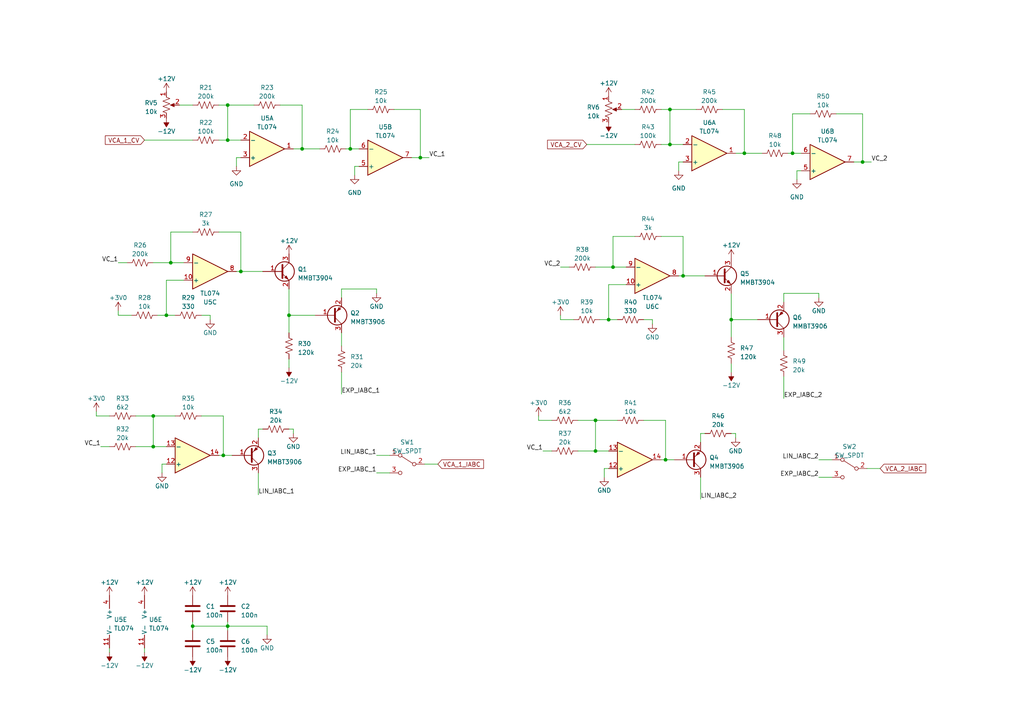
<source format=kicad_sch>
(kicad_sch (version 20230121) (generator eeschema)
  (paper "A4")
  (lib_symbols
    (symbol "Amplifier_Operational:TL074" (pin_names (offset 0.127))
      (property "Reference" "U" (at 0 5.08 0))
      (property "Value" "TL074" (at 0 -5.08 0))
      (symbol "TL074_1_1"
        (polyline (pts (xy -5.08 5.08) (xy 5.08 0) (xy -5.08 -5.08) (xy -5.08 5.08)) (stroke (width 0.254)) (fill (type background)))
        (pin output line (at 7.62 0 180) (length 2.54) (name "~") (number "1"))
        (pin input line (at -7.62 -2.54 0) (length 2.54) (name "-") (number "2"))
        (pin input line (at -7.62 2.54 0) (length 2.54) (name "+") (number "3"))
      )
      (symbol "TL074_2_1"
        (polyline (pts (xy -5.08 5.08) (xy 5.08 0) (xy -5.08 -5.08) (xy -5.08 5.08)) (stroke (width 0.254)) (fill (type background)))
        (pin input line (at -7.62 2.54 0) (length 2.54) (name "+") (number "5"))
        (pin input line (at -7.62 -2.54 0) (length 2.54) (name "-") (number "6"))
        (pin output line (at 7.62 0 180) (length 2.54) (name "~") (number "7"))
      )
      (symbol "TL074_3_1"
        (polyline (pts (xy -5.08 5.08) (xy 5.08 0) (xy -5.08 -5.08) (xy -5.08 5.08)) (stroke (width 0.254)) (fill (type background)))
        (pin input line (at -7.62 2.54 0) (length 2.54) (name "+") (number "10"))
        (pin output line (at 7.62 0 180) (length 2.54) (name "~") (number "8"))
        (pin input line (at -7.62 -2.54 0) (length 2.54) (name "-") (number "9"))
      )
      (symbol "TL074_4_1"
        (polyline (pts (xy -5.08 5.08) (xy 5.08 0) (xy -5.08 -5.08) (xy -5.08 5.08)) (stroke (width 0.254)) (fill (type background)))
        (pin input line (at -7.62 2.54 0) (length 2.54) (name "+") (number "12"))
        (pin input line (at -7.62 -2.54 0) (length 2.54) (name "-") (number "13"))
        (pin output line (at 7.62 0 180) (length 2.54) (name "~") (number "14"))
      )
      (symbol "TL074_5_1"
        (pin power_in line (at -2.54 -7.62 90) (length 3.81) (name "V-") (number "11"))
        (pin power_in line (at -2.54 7.62 270) (length 3.81) (name "V+") (number "4"))
      )
    )
    (symbol "Device:C" (pin_numbers hide) (pin_names (offset 0.254))
      (property "Reference" "C" (at 0.635 2.54 0))
      (property "Value" "C" (at 0.635 -2.54 0))
      (symbol "C_0_1"
        (polyline (pts (xy -2.032 -0.762) (xy 2.032 -0.762)) (stroke (width 0.508)))
        (polyline (pts (xy -2.032 0.762) (xy 2.032 0.762)) (stroke (width 0.508)))
      )
      (symbol "C_1_1"
        (pin passive line (at 0 3.81 270) (length 2.794) (name "~") (number "1"))
        (pin passive line (at 0 -3.81 90) (length 2.794) (name "~") (number "2"))
      )
    )
    (symbol "Device:R_Potentiometer_US" (pin_names (offset 1.016) hide)
      (property "Reference" "RV" (at -4.445 0 90))
      (property "Value" "R_Potentiometer_US" (at -2.54 0 90))
      (symbol "R_Potentiometer_US_0_1"
        (polyline (pts (xy 0 -2.286) (xy 0 -2.54)))
        (polyline (pts (xy 0 2.54) (xy 0 2.286)))
        (polyline (pts (xy 2.54 0) (xy 1.524 0)))
        (polyline (pts (xy 1.143 0) (xy 2.286 0.508) (xy 2.286 -0.508) (xy 1.143 0)) (fill (type outline)))
        (polyline (pts (xy 0 -0.762) (xy 1.016 -1.143) (xy 0 -1.524) (xy -1.016 -1.905) (xy 0 -2.286)))
        (polyline (pts (xy 0 0.762) (xy 1.016 0.381) (xy 0 0) (xy -1.016 -0.381) (xy 0 -0.762)))
        (polyline (pts (xy 0 2.286) (xy 1.016 1.905) (xy 0 1.524) (xy -1.016 1.143) (xy 0 0.762)))
      )
      (symbol "R_Potentiometer_US_1_1"
        (pin passive line (at 0 3.81 270) (length 1.27) (name "1") (number "1"))
        (pin passive line (at 3.81 0 180) (length 1.27) (name "2") (number "2"))
        (pin passive line (at 0 -3.81 90) (length 1.27) (name "3") (number "3"))
      )
    )
    (symbol "Device:R_US" (pin_numbers hide) (pin_names (offset 0))
      (property "Reference" "R" (at 2.54 0 90))
      (property "Value" "R_US" (at -2.54 0 90))
      (symbol "R_US_0_1"
        (polyline (pts (xy 0 -2.286) (xy 0 -2.54)))
        (polyline (pts (xy 0 2.286) (xy 0 2.54)))
        (polyline (pts (xy 0 -0.762) (xy 1.016 -1.143) (xy 0 -1.524) (xy -1.016 -1.905) (xy 0 -2.286)))
        (polyline (pts (xy 0 0.762) (xy 1.016 0.381) (xy 0 0) (xy -1.016 -0.381) (xy 0 -0.762)))
        (polyline (pts (xy 0 2.286) (xy 1.016 1.905) (xy 0 1.524) (xy -1.016 1.143) (xy 0 0.762)))
      )
      (symbol "R_US_1_1"
        (pin passive line (at 0 3.81 270) (length 1.27) (name "~") (number "1"))
        (pin passive line (at 0 -3.81 90) (length 1.27) (name "~") (number "2"))
      )
    )
    (symbol "Switch:SW_SPDT" (pin_names (offset 0) hide)
      (property "Reference" "SW" (at 0 4.318 0))
      (property "Value" "SW_SPDT" (at 0 -5.08 0))
      (symbol "SW_SPDT_0_0"
        (circle (center -2.032 0) (radius 0.508))
        (circle (center 2.032 -2.54) (radius 0.508))
      )
      (symbol "SW_SPDT_0_1"
        (polyline (pts (xy -1.524 0.254) (xy 1.651 2.286)))
        (circle (center 2.032 2.54) (radius 0.508))
      )
      (symbol "SW_SPDT_1_1"
        (pin passive line (at 5.08 2.54 180) (length 2.54) (name "A") (number "1"))
        (pin passive line (at -5.08 0 0) (length 2.54) (name "B") (number "2"))
        (pin passive line (at 5.08 -2.54 180) (length 2.54) (name "C") (number "3"))
      )
    )
    (symbol "Transistor_BJT:MMBT3904" (pin_names (offset 0) hide)
      (property "Reference" "Q" (at 5.08 1.905 0))
      (property "Value" "MMBT3904" (at 5.08 0 0))
      (symbol "MMBT3904_0_1"
        (polyline (pts (xy 0.635 0.635) (xy 2.54 2.54)))
        (polyline (pts (xy 0.635 -0.635) (xy 2.54 -2.54) (xy 2.54 -2.54)))
        (polyline (pts (xy 0.635 1.905) (xy 0.635 -1.905) (xy 0.635 -1.905)) (stroke (width 0.508)))
        (polyline (pts (xy 1.27 -1.778) (xy 1.778 -1.27) (xy 2.286 -2.286) (xy 1.27 -1.778) (xy 1.27 -1.778)) (fill (type outline)))
        (circle (center 1.27 0) (radius 2.8194) (stroke (width 0.254)))
      )
      (symbol "MMBT3904_1_1"
        (pin input line (at -5.08 0 0) (length 5.715) (name "B") (number "1"))
        (pin passive line (at 2.54 -5.08 90) (length 2.54) (name "E") (number "2"))
        (pin passive line (at 2.54 5.08 270) (length 2.54) (name "C") (number "3"))
      )
    )
    (symbol "Transistor_BJT:MMBT3906" (pin_names (offset 0) hide)
      (property "Reference" "Q" (at 5.08 1.905 0))
      (property "Value" "MMBT3906" (at 5.08 0 0))
      (symbol "MMBT3906_0_1"
        (polyline (pts (xy 0.635 0.635) (xy 2.54 2.54)))
        (polyline (pts (xy 0.635 -0.635) (xy 2.54 -2.54) (xy 2.54 -2.54)))
        (polyline (pts (xy 0.635 1.905) (xy 0.635 -1.905) (xy 0.635 -1.905)) (stroke (width 0.508)))
        (polyline (pts (xy 2.286 -1.778) (xy 1.778 -2.286) (xy 1.27 -1.27) (xy 2.286 -1.778) (xy 2.286 -1.778)) (fill (type outline)))
        (circle (center 1.27 0) (radius 2.8194) (stroke (width 0.254)))
      )
      (symbol "MMBT3906_1_1"
        (pin input line (at -5.08 0 0) (length 5.715) (name "B") (number "1"))
        (pin passive line (at 2.54 -5.08 90) (length 2.54) (name "E") (number "2"))
        (pin passive line (at 2.54 5.08 270) (length 2.54) (name "C") (number "3"))
      )
    )
    (symbol "power:+12V" (power) (pin_names (offset 0))
      (property "Value" "+12V" (at 0 3.556 0))
      (symbol "+12V_0_1"
        (polyline (pts (xy -0.762 1.27) (xy 0 2.54)))
        (polyline (pts (xy 0 0) (xy 0 2.54)))
        (polyline (pts (xy 0 2.54) (xy 0.762 1.27)))
      )
      (symbol "+12V_1_1"
        (pin power_in line (at 0 0 90) (length 0) hide (name "+12V") (number "1"))
      )
    )
    (symbol "power:+3V0" (power) (pin_names (offset 0))
      (property "Value" "+3V0" (at 0 3.556 0))
      (symbol "+3V0_0_1"
        (polyline (pts (xy -0.762 1.27) (xy 0 2.54)))
        (polyline (pts (xy 0 0) (xy 0 2.54)))
        (polyline (pts (xy 0 2.54) (xy 0.762 1.27)))
      )
      (symbol "+3V0_1_1"
        (pin power_in line (at 0 0 90) (length 0) hide (name "+3V0") (number "1"))
      )
    )
    (symbol "power:-12V" (power) (pin_names (offset 0))
      (property "Value" "-12V" (at 0 3.81 0))
      (symbol "-12V_0_0"
        (pin power_in line (at 0 0 90) (length 0) hide (name "-12V") (number "1"))
      )
      (symbol "-12V_0_1"
        (polyline (pts (xy 0 0) (xy 0 1.27) (xy 0.762 1.27) (xy 0 2.54) (xy -0.762 1.27) (xy 0 1.27)) (fill (type outline)))
      )
    )
    (symbol "power:GND" (power) (pin_names (offset 0))
      (property "Value" "GND" (at 0 -3.81 0))
      (symbol "GND_0_1"
        (polyline (pts (xy 0 0) (xy 0 -1.27) (xy 1.27 -1.27) (xy 0 -2.54) (xy -1.27 -1.27) (xy 0 -1.27)))
      )
      (symbol "GND_1_1"
        (pin power_in line (at 0 0 270) (length 0) hide (name "GND") (number "1"))
      )
    )
  )
  (junction (at 121.92 45.72))
  (junction (at 69.85 78.74))
  (junction (at 44.45 129.54))
  (junction (at 193.04 133.35))
  (junction (at 194.31 31.75))
  (junction (at 177.8 77.47))
  (junction (at 55.88 181.61))
  (junction (at 66.04 40.64))
  (junction (at 83.82 91.44))
  (junction (at 198.12 80.01))
  (junction (at 250.19 46.99))
  (junction (at 215.9 44.45))
  (junction (at 194.31 41.91))
  (junction (at 212.09 92.71))
  (junction (at 44.45 120.65))
  (junction (at 229.87 44.45))
  (junction (at 49.53 76.2))
  (junction (at 87.63 43.18))
  (junction (at 64.77 132.08))
  (junction (at 101.6 43.18))
  (junction (at 172.72 121.92))
  (junction (at 66.04 181.61))
  (junction (at 48.26 91.44))
  (junction (at 176.53 92.71))
  (junction (at 66.04 30.48))
  (junction (at 172.72 130.81))
  (wire (pts (xy 74.93 137.16) (xy 74.93 143.51)))
  (wire (pts (xy 102.87 50.8) (xy 102.87 48.26)))
  (wire (pts (xy 83.82 91.44) (xy 83.82 96.52)))
  (wire (pts (xy 227.33 85.09) (xy 237.49 85.09)))
  (wire (pts (xy 162.56 92.71) (xy 166.37 92.71)))
  (wire (pts (xy 99.06 83.82) (xy 109.22 83.82)))
  (wire (pts (xy 196.85 49.53) (xy 196.85 46.99)))
  (wire (pts (xy 162.56 77.47) (xy 165.1 77.47)))
  (wire (pts (xy 251.46 135.89) (xy 255.27 135.89)))
  (wire (pts (xy 109.22 83.82) (xy 109.22 85.09)))
  (wire (pts (xy 66.04 30.48) (xy 66.04 40.64)))
  (wire (pts (xy 66.04 181.61) (xy 77.47 181.61)))
  (wire (pts (xy 81.28 30.48) (xy 87.63 30.48)))
  (wire (pts (xy 157.48 130.81) (xy 160.02 130.81)))
  (wire (pts (xy 64.77 132.08) (xy 63.5 132.08)))
  (wire (pts (xy 27.94 119.38) (xy 27.94 120.65)))
  (wire (pts (xy 34.29 91.44) (xy 38.1 91.44)))
  (wire (pts (xy 175.26 135.89) (xy 176.53 135.89)))
  (wire (pts (xy 58.42 91.44) (xy 60.96 91.44)))
  (wire (pts (xy 55.88 180.34) (xy 55.88 181.61)))
  (wire (pts (xy 177.8 77.47) (xy 177.8 68.58)))
  (wire (pts (xy 99.06 107.95) (xy 99.06 114.3)))
  (wire (pts (xy 167.64 130.81) (xy 172.72 130.81)))
  (wire (pts (xy 191.77 31.75) (xy 194.31 31.75)))
  (wire (pts (xy 231.14 49.53) (xy 232.41 49.53)))
  (wire (pts (xy 177.8 77.47) (xy 181.61 77.47)))
  (wire (pts (xy 156.21 120.65) (xy 156.21 121.92)))
  (wire (pts (xy 170.18 41.91) (xy 184.15 41.91)))
  (wire (pts (xy 191.77 41.91) (xy 194.31 41.91)))
  (wire (pts (xy 74.93 124.46) (xy 76.2 124.46)))
  (wire (pts (xy 212.09 92.71) (xy 212.09 97.79)))
  (wire (pts (xy 237.49 133.35) (xy 241.3 133.35)))
  (wire (pts (xy 69.85 78.74) (xy 76.2 78.74)))
  (wire (pts (xy 63.5 40.64) (xy 66.04 40.64)))
  (wire (pts (xy 49.53 67.31) (xy 55.88 67.31)))
  (wire (pts (xy 121.92 45.72) (xy 119.38 45.72)))
  (wire (pts (xy 203.2 125.73) (xy 204.47 125.73)))
  (wire (pts (xy 49.53 76.2) (xy 53.34 76.2)))
  (wire (pts (xy 172.72 77.47) (xy 177.8 77.47)))
  (wire (pts (xy 46.99 134.62) (xy 48.26 134.62)))
  (wire (pts (xy 63.5 67.31) (xy 69.85 67.31)))
  (wire (pts (xy 44.45 129.54) (xy 44.45 120.65)))
  (wire (pts (xy 228.6 44.45) (xy 229.87 44.45)))
  (wire (pts (xy 100.33 43.18) (xy 101.6 43.18)))
  (wire (pts (xy 39.37 129.54) (xy 44.45 129.54)))
  (wire (pts (xy 91.44 91.44) (xy 83.82 91.44)))
  (wire (pts (xy 27.94 120.65) (xy 31.75 120.65)))
  (wire (pts (xy 69.85 78.74) (xy 68.58 78.74)))
  (wire (pts (xy 198.12 80.01) (xy 196.85 80.01)))
  (wire (pts (xy 212.09 105.41) (xy 212.09 107.95)))
  (wire (pts (xy 237.49 85.09) (xy 237.49 86.36)))
  (wire (pts (xy 213.36 125.73) (xy 213.36 127)))
  (wire (pts (xy 68.58 48.26) (xy 68.58 45.72)))
  (wire (pts (xy 198.12 68.58) (xy 198.12 80.01)))
  (wire (pts (xy 172.72 121.92) (xy 179.07 121.92)))
  (wire (pts (xy 237.49 138.43) (xy 241.3 138.43)))
  (wire (pts (xy 69.85 67.31) (xy 69.85 78.74)))
  (wire (pts (xy 250.19 46.99) (xy 247.65 46.99)))
  (wire (pts (xy 55.88 181.61) (xy 66.04 181.61)))
  (wire (pts (xy 156.21 121.92) (xy 160.02 121.92)))
  (wire (pts (xy 60.96 91.44) (xy 60.96 92.71)))
  (wire (pts (xy 175.26 135.89) (xy 175.26 138.43)))
  (wire (pts (xy 87.63 43.18) (xy 92.71 43.18)))
  (wire (pts (xy 87.63 43.18) (xy 85.09 43.18)))
  (wire (pts (xy 191.77 68.58) (xy 198.12 68.58)))
  (wire (pts (xy 87.63 30.48) (xy 87.63 43.18)))
  (wire (pts (xy 194.31 31.75) (xy 194.31 41.91)))
  (wire (pts (xy 64.77 132.08) (xy 67.31 132.08)))
  (wire (pts (xy 48.26 91.44) (xy 48.26 81.28)))
  (wire (pts (xy 194.31 41.91) (xy 198.12 41.91)))
  (wire (pts (xy 64.77 120.65) (xy 64.77 132.08)))
  (wire (pts (xy 173.99 92.71) (xy 176.53 92.71)))
  (wire (pts (xy 167.64 121.92) (xy 172.72 121.92)))
  (wire (pts (xy 114.3 31.75) (xy 121.92 31.75)))
  (wire (pts (xy 58.42 120.65) (xy 64.77 120.65)))
  (wire (pts (xy 29.21 129.54) (xy 31.75 129.54)))
  (wire (pts (xy 227.33 87.63) (xy 227.33 85.09)))
  (wire (pts (xy 176.53 92.71) (xy 176.53 82.55)))
  (wire (pts (xy 52.07 30.48) (xy 55.88 30.48)))
  (wire (pts (xy 34.29 90.17) (xy 34.29 91.44)))
  (wire (pts (xy 44.45 120.65) (xy 50.8 120.65)))
  (wire (pts (xy 162.56 91.44) (xy 162.56 92.71)))
  (wire (pts (xy 215.9 44.45) (xy 220.98 44.45)))
  (wire (pts (xy 121.92 31.75) (xy 121.92 45.72)))
  (wire (pts (xy 109.22 132.08) (xy 113.03 132.08)))
  (wire (pts (xy 203.2 138.43) (xy 203.2 144.78)))
  (wire (pts (xy 176.53 92.71) (xy 179.07 92.71)))
  (wire (pts (xy 180.34 31.75) (xy 184.15 31.75)))
  (wire (pts (xy 101.6 43.18) (xy 101.6 31.75)))
  (wire (pts (xy 219.71 92.71) (xy 212.09 92.71)))
  (wire (pts (xy 83.82 104.14) (xy 83.82 106.68)))
  (wire (pts (xy 41.91 187.96) (xy 41.91 189.23)))
  (wire (pts (xy 177.8 68.58) (xy 184.15 68.58)))
  (wire (pts (xy 68.58 45.72) (xy 69.85 45.72)))
  (wire (pts (xy 250.19 33.02) (xy 250.19 46.99)))
  (wire (pts (xy 193.04 133.35) (xy 191.77 133.35)))
  (wire (pts (xy 41.91 40.64) (xy 55.88 40.64)))
  (wire (pts (xy 45.72 91.44) (xy 48.26 91.44)))
  (wire (pts (xy 109.22 137.16) (xy 113.03 137.16)))
  (wire (pts (xy 83.82 124.46) (xy 85.09 124.46)))
  (wire (pts (xy 63.5 30.48) (xy 66.04 30.48)))
  (wire (pts (xy 55.88 181.61) (xy 55.88 182.88)))
  (wire (pts (xy 83.82 91.44) (xy 83.82 83.82)))
  (wire (pts (xy 102.87 48.26) (xy 104.14 48.26)))
  (wire (pts (xy 215.9 44.45) (xy 213.36 44.45)))
  (wire (pts (xy 212.09 125.73) (xy 213.36 125.73)))
  (wire (pts (xy 49.53 76.2) (xy 49.53 67.31)))
  (wire (pts (xy 196.85 46.99) (xy 198.12 46.99)))
  (wire (pts (xy 44.45 76.2) (xy 49.53 76.2)))
  (wire (pts (xy 31.75 187.96) (xy 31.75 189.23)))
  (wire (pts (xy 227.33 97.79) (xy 227.33 101.6)))
  (wire (pts (xy 48.26 91.44) (xy 50.8 91.44)))
  (wire (pts (xy 212.09 92.71) (xy 212.09 85.09)))
  (wire (pts (xy 44.45 129.54) (xy 48.26 129.54)))
  (wire (pts (xy 231.14 52.07) (xy 231.14 49.53)))
  (wire (pts (xy 39.37 120.65) (xy 44.45 120.65)))
  (wire (pts (xy 66.04 181.61) (xy 66.04 182.88)))
  (wire (pts (xy 186.69 121.92) (xy 193.04 121.92)))
  (wire (pts (xy 66.04 40.64) (xy 69.85 40.64)))
  (wire (pts (xy 203.2 128.27) (xy 203.2 125.73)))
  (wire (pts (xy 123.19 134.62) (xy 127 134.62)))
  (wire (pts (xy 66.04 30.48) (xy 73.66 30.48)))
  (wire (pts (xy 198.12 80.01) (xy 204.47 80.01)))
  (wire (pts (xy 77.47 181.61) (xy 77.47 184.15)))
  (wire (pts (xy 46.99 134.62) (xy 46.99 137.16)))
  (wire (pts (xy 242.57 33.02) (xy 250.19 33.02)))
  (wire (pts (xy 99.06 96.52) (xy 99.06 100.33)))
  (wire (pts (xy 193.04 133.35) (xy 195.58 133.35)))
  (wire (pts (xy 194.31 31.75) (xy 201.93 31.75)))
  (wire (pts (xy 227.33 109.22) (xy 227.33 115.57)))
  (wire (pts (xy 99.06 86.36) (xy 99.06 83.82)))
  (wire (pts (xy 250.19 46.99) (xy 252.73 46.99)))
  (wire (pts (xy 193.04 121.92) (xy 193.04 133.35)))
  (wire (pts (xy 215.9 31.75) (xy 215.9 44.45)))
  (wire (pts (xy 176.53 82.55) (xy 181.61 82.55)))
  (wire (pts (xy 172.72 130.81) (xy 176.53 130.81)))
  (wire (pts (xy 66.04 180.34) (xy 66.04 181.61)))
  (wire (pts (xy 74.93 127) (xy 74.93 124.46)))
  (wire (pts (xy 229.87 44.45) (xy 229.87 33.02)))
  (wire (pts (xy 48.26 81.28) (xy 53.34 81.28)))
  (wire (pts (xy 229.87 44.45) (xy 232.41 44.45)))
  (wire (pts (xy 189.23 92.71) (xy 189.23 93.98)))
  (wire (pts (xy 186.69 92.71) (xy 189.23 92.71)))
  (wire (pts (xy 172.72 130.81) (xy 172.72 121.92)))
  (wire (pts (xy 101.6 43.18) (xy 104.14 43.18)))
  (wire (pts (xy 101.6 31.75) (xy 106.68 31.75)))
  (wire (pts (xy 209.55 31.75) (xy 215.9 31.75)))
  (wire (pts (xy 229.87 33.02) (xy 234.95 33.02)))
  (wire (pts (xy 34.29 76.2) (xy 36.83 76.2)))
  (wire (pts (xy 85.09 124.46) (xy 85.09 125.73)))
  (wire (pts (xy 121.92 45.72) (xy 124.46 45.72)))
  (label "VC_1" (at 157.48 130.81 180))
  (label "VC_1" (at 124.46 45.72 0))
  (label "VC_2" (at 252.73 46.99 0))
  (label "LIN_IABC_2" (at 237.49 133.35 180))
  (label "LIN_IABC_1" (at 109.22 132.08 180))
  (label "EXP_IABC_1" (at 99.06 114.3 0))
  (label "VC_1" (at 34.29 76.2 180))
  (label "VC_2" (at 162.56 77.47 180))
  (label "EXP_IABC_1" (at 109.22 137.16 180))
  (label "LIN_IABC_2" (at 203.2 144.78 0))
  (label "EXP_IABC_2" (at 227.33 115.57 0))
  (label "VC_1" (at 29.21 129.54 180))
  (label "LIN_IABC_1" (at 74.93 143.51 0))
  (label "EXP_IABC_2" (at 237.49 138.43 180))
  (global_label "VCA_1_IABC" (shape input) (at 127 134.62 0) (property "Intersheetrefs" "${INTERSHEET_REFS}" (effects hide)))
  (global_label "VCA_1_CV" (shape input) (at 41.91 40.64 180) (property "Intersheetrefs" "${INTERSHEET_REFS}" (effects hide)))
  (global_label "VCA_2_IABC" (shape input) (at 255.27 135.89 0) (property "Intersheetrefs" "${INTERSHEET_REFS}" (effects hide)))
  (global_label "VCA_2_CV" (shape input) (at 170.18 41.91 180) (property "Intersheetrefs" "${INTERSHEET_REFS}" (effects hide)))
  (symbol (lib_id "Amplifier_Operational:TL074") (at 189.23 80.01 0) (mirror x) (unit 3)
    (property "Reference" "U6" (at 189.23 88.9 0))
    (property "Value" "TL074" (at 189.23 86.36 0))
    (property "Footprint" "Package_SO:SO-14_3.9x8.65mm_P1.27mm" (effects hide))
    (property "Datasheet" "http://www.ti.com/lit/ds/symlink/tl071.pdf" (effects hide))
  )
  (symbol (lib_id "power:+12V") (at 176.53 27.94 0) (unit 1)
    (property "Reference" "#PWR018" (effects hide))
    (property "Value" "+12V" (at 176.53 24.13 0))
    (instances (project "vca_mix" (path "" (reference "#PWR018") (unit 1)) (path "" (reference "#PWR010") (unit 1)) (path "" (reference "#PWR049") (unit 1))))
  )
  (symbol (lib_id "Device:C") (at 55.88 186.69 0) (unit 1)
    (property "Reference" "C5" (at 59.69 186.055 0) (effects (justify left)))
    (property "Value" "100n" (at 59.69 188.595 0) (effects (justify left)))
    (property "Footprint" "Capacitor_SMD:C_0805_2012Metric_Pad1.18x1.45mm_HandSolder" (effects hide))
    (instances (project "vca_mix" (path "" (reference "C5") (unit 1)) (path "" (reference "C2") (unit 1)) (path "" (reference "C10") (unit 1))))
  )
  (symbol (lib_id "Device:R_US") (at 163.83 121.92 90) (unit 1)
    (property "Reference" "R36" (at 163.83 116.84 90))
    (property "Value" "6k2" (at 163.83 119.38 90))
    (property "Footprint" "Resistor_SMD:R_0805_2012Metric_Pad1.20x1.40mm_HandSolder" (effects hide))
  )
  (symbol (lib_id "Transistor_BJT:MMBT3906") (at 200.66 133.35 0) (mirror x) (unit 1)
    (property "Reference" "Q4" (at 205.74 132.715 0) (effects (justify left)))
    (property "Value" "MMBT3906" (at 205.74 135.255 0) (effects (justify left)))
    (property "Footprint" "Package_TO_SOT_SMD:SOT-23" (effects hide))
    (property "Datasheet" "https://www.onsemi.com/pub/Collateral/2N3906-D.PDF" (effects hide))
  )
  (symbol (lib_id "Device:R_US") (at 40.64 76.2 90) (unit 1)
    (property "Reference" "R26" (at 40.64 71.12 90))
    (property "Value" "200k" (at 40.64 73.66 90))
    (property "Footprint" "Resistor_SMD:R_0805_2012Metric_Pad1.20x1.40mm_HandSolder" (effects hide))
  )
  (symbol (lib_id "Device:R_US") (at 187.96 68.58 90) (unit 1)
    (property "Reference" "R44" (at 187.96 63.5 90))
    (property "Value" "3k" (at 187.96 66.04 90))
    (property "Footprint" "Resistor_SMD:R_0805_2012Metric_Pad1.20x1.40mm_HandSolder" (effects hide))
  )
  (symbol (lib_id "Device:R_US") (at 205.74 31.75 90) (unit 1)
    (property "Reference" "R45" (at 205.74 26.67 90))
    (property "Value" "200k" (at 205.74 29.21 90))
    (property "Footprint" "Resistor_SMD:R_0805_2012Metric_Pad1.20x1.40mm_HandSolder" (effects hide))
  )
  (symbol (lib_id "Device:C") (at 66.04 186.69 0) (unit 1)
    (property "Reference" "C6" (at 69.85 186.055 0) (effects (justify left)))
    (property "Value" "100n" (at 69.85 188.595 0) (effects (justify left)))
    (property "Footprint" "Capacitor_SMD:C_0805_2012Metric_Pad1.18x1.45mm_HandSolder" (effects hide))
    (instances (project "vca_mix" (path "" (reference "C6") (unit 1)) (path "" (reference "C4") (unit 1)) (path "" (reference "C12") (unit 1))))
  )
  (symbol (lib_id "power:+12V") (at 31.75 172.72 0) (unit 1)
    (property "Reference" "#PWR018" (effects hide))
    (property "Value" "+12V" (at 31.75 168.91 0))
    (instances (project "vca_mix" (path "" (reference "#PWR018") (unit 1)) (path "" (reference "#PWR010") (unit 1)) (path "" (reference "#PWR043") (unit 1))))
  )
  (symbol (lib_id "Device:R_US") (at 110.49 31.75 90) (unit 1)
    (property "Reference" "R25" (at 110.49 26.67 90))
    (property "Value" "10k" (at 110.49 29.21 90))
    (property "Footprint" "Resistor_SMD:R_0805_2012Metric_Pad1.20x1.40mm_HandSolder" (effects hide))
  )
  (symbol (lib_id "Transistor_BJT:MMBT3904") (at 81.28 78.74 0) (unit 1)
    (property "Reference" "Q1" (at 86.36 78.105 0) (effects (justify left)))
    (property "Value" "MMBT3904" (at 86.36 80.645 0) (effects (justify left)))
    (property "Footprint" "Package_TO_SOT_SMD:SOT-23" (effects hide))
    (property "Datasheet" "https://www.onsemi.com/pub/Collateral/2N3903-D.PDF" (effects hide))
  )
  (symbol (lib_id "power:-12V") (at 83.82 106.68 180) (unit 1)
    (property "Reference" "#PWR011" (effects hide))
    (property "Value" "-12V" (at 83.82 110.49 0))
    (instances (project "vca_mix" (path "" (reference "#PWR011") (unit 1)) (path "" (reference "#PWR04") (unit 1)) (path "" (reference "#PWR038") (unit 1))))
  )
  (symbol (lib_id "power:GND") (at 85.09 125.73 0) (unit 1)
    (property "Reference" "#PWR041" (effects hide))
    (property "Value" "GND" (at 85.09 129.54 0))
  )
  (symbol (lib_id "Device:R_US") (at 54.61 91.44 90) (unit 1)
    (property "Reference" "R29" (at 54.61 86.36 90))
    (property "Value" "330" (at 54.61 88.9 90))
    (property "Footprint" "Resistor_SMD:R_0805_2012Metric_Pad1.20x1.40mm_HandSolder" (effects hide))
  )
  (symbol (lib_id "Device:R_US") (at 35.56 129.54 90) (unit 1)
    (property "Reference" "R32" (at 35.56 124.46 90))
    (property "Value" "20k" (at 35.56 127 90))
    (property "Footprint" "Resistor_SMD:R_0805_2012Metric_Pad1.20x1.40mm_HandSolder" (effects hide))
  )
  (symbol (lib_id "Device:C") (at 66.04 176.53 0) (unit 1)
    (property "Reference" "C2" (at 69.85 175.895 0) (effects (justify left)))
    (property "Value" "100n" (at 69.85 178.435 0) (effects (justify left)))
    (property "Footprint" "Capacitor_SMD:C_0805_2012Metric_Pad1.18x1.45mm_HandSolder" (effects hide))
    (instances (project "vca_mix" (path "" (reference "C2") (unit 1)) (path "" (reference "C3") (unit 1)) (path "" (reference "C11") (unit 1))))
  )
  (symbol (lib_id "Device:R_US") (at 187.96 31.75 90) (unit 1)
    (property "Reference" "R42" (at 187.96 26.67 90))
    (property "Value" "200k" (at 187.96 29.21 90))
    (property "Footprint" "Resistor_SMD:R_0805_2012Metric_Pad1.20x1.40mm_HandSolder" (effects hide))
  )
  (symbol (lib_id "power:+12V") (at 41.91 172.72 0) (unit 1)
    (property "Reference" "#PWR018" (effects hide))
    (property "Value" "+12V" (at 41.91 168.91 0))
    (instances (project "vca_mix" (path "" (reference "#PWR018") (unit 1)) (path "" (reference "#PWR010") (unit 1)) (path "" (reference "#PWR045") (unit 1))))
  )
  (symbol (lib_id "Device:R_US") (at 208.28 125.73 270) (unit 1)
    (property "Reference" "R46" (at 208.28 120.65 90))
    (property "Value" "20k" (at 208.28 123.19 90))
    (property "Footprint" "Resistor_SMD:R_0805_2012Metric_Pad1.20x1.40mm_HandSolder" (effects hide))
  )
  (symbol (lib_id "Transistor_BJT:MMBT3906") (at 224.79 92.71 0) (mirror x) (unit 1)
    (property "Reference" "Q6" (at 229.87 92.075 0) (effects (justify left)))
    (property "Value" "MMBT3906" (at 229.87 94.615 0) (effects (justify left)))
    (property "Footprint" "Package_TO_SOT_SMD:SOT-23" (effects hide))
    (property "Datasheet" "https://www.onsemi.com/pub/Collateral/2N3906-D.PDF" (effects hide))
  )
  (symbol (lib_id "power:GND") (at 68.58 48.26 0) (unit 1)
    (property "Reference" "#PWR030" (effects hide))
    (property "Value" "GND" (at 68.58 53.34 0))
  )
  (symbol (lib_id "Device:R_US") (at 187.96 41.91 90) (unit 1)
    (property "Reference" "R43" (at 187.96 36.83 90))
    (property "Value" "100k" (at 187.96 39.37 90))
    (property "Footprint" "Resistor_SMD:R_0805_2012Metric_Pad1.20x1.40mm_HandSolder" (effects hide))
  )
  (symbol (lib_id "Amplifier_Operational:TL074") (at 205.74 44.45 0) (mirror x) (unit 1)
    (property "Reference" "U6" (at 205.74 35.56 0))
    (property "Value" "TL074" (at 205.74 38.1 0))
    (property "Footprint" "Package_SO:SO-14_3.9x8.65mm_P1.27mm" (effects hide))
    (property "Datasheet" "http://www.ti.com/lit/ds/symlink/tl071.pdf" (effects hide))
  )
  (symbol (lib_id "Device:R_US") (at 212.09 101.6 180) (unit 1)
    (property "Reference" "R47" (at 214.63 100.965 0) (effects (justify right)))
    (property "Value" "120k" (at 214.63 103.505 0) (effects (justify right)))
    (property "Footprint" "Resistor_SMD:R_0805_2012Metric_Pad1.20x1.40mm_HandSolder" (effects hide))
  )
  (symbol (lib_id "Amplifier_Operational:TL074") (at 77.47 43.18 0) (mirror x) (unit 1)
    (property "Reference" "U5" (at 77.47 34.29 0))
    (property "Value" "TL074" (at 77.47 36.83 0))
    (property "Footprint" "Package_SO:SO-14_3.9x8.65mm_P1.27mm" (effects hide))
    (property "Datasheet" "http://www.ti.com/lit/ds/symlink/tl071.pdf" (effects hide))
  )
  (symbol (lib_id "power:+12V") (at 83.82 73.66 0) (unit 1)
    (property "Reference" "#PWR018" (effects hide))
    (property "Value" "+12V" (at 83.82 69.85 0))
    (instances (project "vca_mix" (path "" (reference "#PWR018") (unit 1)) (path "" (reference "#PWR010") (unit 1)) (path "" (reference "#PWR036") (unit 1))))
  )
  (symbol (lib_id "Device:R_US") (at 182.88 121.92 90) (unit 1)
    (property "Reference" "R41" (at 182.88 116.84 90))
    (property "Value" "10k" (at 182.88 119.38 90))
    (property "Footprint" "Resistor_SMD:R_0805_2012Metric_Pad1.20x1.40mm_HandSolder" (effects hide))
  )
  (symbol (lib_id "Device:R_US") (at 96.52 43.18 90) (unit 1)
    (property "Reference" "R24" (at 96.52 38.1 90))
    (property "Value" "10k" (at 96.52 40.64 90))
    (property "Footprint" "Resistor_SMD:R_0805_2012Metric_Pad1.20x1.40mm_HandSolder" (effects hide))
  )
  (symbol (lib_id "power:+3V0") (at 162.56 91.44 0) (unit 1)
    (property "Reference" "#PWR0139" (effects hide))
    (property "Value" "+3V0" (at 162.56 87.63 0))
    (instances (project "vca_mix" (path "" (reference "#PWR0139") (unit 1)) (path "" (reference "#PWR0140") (unit 1))))
  )
  (symbol (lib_id "power:GND") (at 237.49 86.36 0) (unit 1)
    (property "Reference" "#PWR057" (effects hide))
    (property "Value" "GND" (at 237.49 90.17 0))
  )
  (symbol (lib_id "Device:R_US") (at 170.18 92.71 90) (unit 1)
    (property "Reference" "R39" (at 170.18 87.63 90))
    (property "Value" "10k" (at 170.18 90.17 90))
    (property "Footprint" "Resistor_SMD:R_0805_2012Metric_Pad1.20x1.40mm_HandSolder" (effects hide))
  )
  (symbol (lib_id "Device:R_US") (at 77.47 30.48 90) (unit 1)
    (property "Reference" "R23" (at 77.47 25.4 90))
    (property "Value" "200k" (at 77.47 27.94 90))
    (property "Footprint" "Resistor_SMD:R_0805_2012Metric_Pad1.20x1.40mm_HandSolder" (effects hide))
  )
  (symbol (lib_id "Device:R_US") (at 227.33 105.41 180) (unit 1)
    (property "Reference" "R49" (at 229.87 104.775 0) (effects (justify right)))
    (property "Value" "20k" (at 229.87 107.315 0) (effects (justify right)))
    (property "Footprint" "Resistor_SMD:R_0805_2012Metric_Pad1.20x1.40mm_HandSolder" (effects hide))
  )
  (symbol (lib_id "power:GND") (at 213.36 127 0) (unit 1)
    (property "Reference" "#PWR055" (effects hide))
    (property "Value" "GND" (at 213.36 130.81 0))
  )
  (symbol (lib_id "power:GND") (at 231.14 52.07 0) (unit 1)
    (property "Reference" "#PWR056" (effects hide))
    (property "Value" "GND" (at 231.14 57.15 0))
  )
  (symbol (lib_id "Device:R_US") (at 224.79 44.45 90) (unit 1)
    (property "Reference" "R48" (at 224.79 39.37 90))
    (property "Value" "10k" (at 224.79 41.91 90))
    (property "Footprint" "Resistor_SMD:R_0805_2012Metric_Pad1.20x1.40mm_HandSolder" (effects hide))
  )
  (symbol (lib_id "Device:R_US") (at 182.88 92.71 90) (unit 1)
    (property "Reference" "R40" (at 182.88 87.63 90))
    (property "Value" "330" (at 182.88 90.17 90))
    (property "Footprint" "Resistor_SMD:R_0805_2012Metric_Pad1.20x1.40mm_HandSolder" (effects hide))
  )
  (symbol (lib_id "Device:R_US") (at 54.61 120.65 90) (unit 1)
    (property "Reference" "R35" (at 54.61 115.57 90))
    (property "Value" "10k" (at 54.61 118.11 90))
    (property "Footprint" "Resistor_SMD:R_0805_2012Metric_Pad1.20x1.40mm_HandSolder" (effects hide))
  )
  (symbol (lib_id "power:+12V") (at 66.04 172.72 0) (unit 1)
    (property "Reference" "#PWR022" (effects hide))
    (property "Value" "+12V" (at 66.04 168.91 0))
    (instances (project "vca_mix" (path "" (reference "#PWR022") (unit 1)) (path "" (reference "#PWR017") (unit 1)) (path "" (reference "#PWR060") (unit 1))))
  )
  (symbol (lib_id "Amplifier_Operational:TL074") (at 55.88 132.08 0) (mirror x) (unit 4)
    (property "Reference" "U5" (effects hide))
    (property "Value" "TL074" (effects hide))
    (property "Footprint" "Package_SO:SO-14_3.9x8.65mm_P1.27mm" (effects hide))
    (property "Datasheet" "http://www.ti.com/lit/ds/symlink/tl071.pdf" (effects hide))
  )
  (symbol (lib_id "power:GND") (at 46.99 137.16 0) (unit 1)
    (property "Reference" "#PWR040" (effects hide))
    (property "Value" "GND" (at 46.99 140.97 0))
  )
  (symbol (lib_id "power:-12V") (at 176.53 35.56 180) (unit 1)
    (property "Reference" "#PWR011" (effects hide))
    (property "Value" "-12V" (at 176.53 39.37 0))
    (instances (project "vca_mix" (path "" (reference "#PWR011") (unit 1)) (path "" (reference "#PWR04") (unit 1)) (path "" (reference "#PWR050") (unit 1))))
  )
  (symbol (lib_id "power:GND") (at 109.22 85.09 0) (unit 1)
    (property "Reference" "#PWR037" (effects hide))
    (property "Value" "GND" (at 109.22 88.9 0))
  )
  (symbol (lib_id "Device:R_US") (at 35.56 120.65 90) (unit 1)
    (property "Reference" "R33" (at 35.56 115.57 90))
    (property "Value" "6k2" (at 35.56 118.11 90))
    (property "Footprint" "Resistor_SMD:R_0805_2012Metric_Pad1.20x1.40mm_HandSolder" (effects hide))
  )
  (symbol (lib_id "Device:R_Potentiometer_US") (at 176.53 31.75 0) (unit 1)
    (property "Reference" "RV6" (at 173.99 31.115 0) (effects (justify right)))
    (property "Value" "10k" (at 173.99 33.655 0) (effects (justify right)))
    (property "Footprint" "synthesis:alpha_pot" (effects hide))
  )
  (symbol (lib_id "Device:R_US") (at 83.82 100.33 180) (unit 1)
    (property "Reference" "R30" (at 86.36 99.695 0) (effects (justify right)))
    (property "Value" "120k" (at 86.36 102.235 0) (effects (justify right)))
    (property "Footprint" "Resistor_SMD:R_0805_2012Metric_Pad1.20x1.40mm_HandSolder" (effects hide))
  )
  (symbol (lib_id "Device:R_US") (at 59.69 67.31 90) (unit 1)
    (property "Reference" "R27" (at 59.69 62.23 90))
    (property "Value" "3k" (at 59.69 64.77 90))
    (property "Footprint" "Resistor_SMD:R_0805_2012Metric_Pad1.20x1.40mm_HandSolder" (effects hide))
  )
  (symbol (lib_id "power:+12V") (at 212.09 74.93 0) (unit 1)
    (property "Reference" "#PWR018" (effects hide))
    (property "Value" "+12V" (at 212.09 71.12 0))
    (instances (project "vca_mix" (path "" (reference "#PWR018") (unit 1)) (path "" (reference "#PWR010") (unit 1)) (path "" (reference "#PWR053") (unit 1))))
  )
  (symbol (lib_id "power:-12V") (at 31.75 189.23 180) (unit 1)
    (property "Reference" "#PWR011" (effects hide))
    (property "Value" "-12V" (at 31.75 193.04 0))
    (instances (project "vca_mix" (path "" (reference "#PWR011") (unit 1)) (path "" (reference "#PWR04") (unit 1)) (path "" (reference "#PWR042") (unit 1))))
  )
  (symbol (lib_id "Amplifier_Operational:TL074") (at 240.03 46.99 0) (mirror x) (unit 2)
    (property "Reference" "U6" (at 240.03 38.1 0))
    (property "Value" "TL074" (at 240.03 40.64 0))
    (property "Footprint" "Package_SO:SO-14_3.9x8.65mm_P1.27mm" (effects hide))
    (property "Datasheet" "http://www.ti.com/lit/ds/symlink/tl071.pdf" (effects hide))
  )
  (symbol (lib_id "Switch:SW_SPDT") (at 246.38 135.89 0) (mirror y) (unit 1)
    (property "Reference" "SW2" (at 246.38 129.54 0))
    (property "Value" "SW_SPDT" (at 246.38 132.08 0))
    (property "Footprint" "synthesis:Mini_sw" (effects hide))
  )
  (symbol (lib_id "Switch:SW_SPDT") (at 118.11 134.62 0) (mirror y) (unit 1)
    (property "Reference" "SW1" (at 118.11 128.27 0))
    (property "Value" "SW_SPDT" (at 118.11 130.81 0))
    (property "Footprint" "synthesis:Mini_sw" (effects hide))
  )
  (symbol (lib_id "Device:R_US") (at 59.69 30.48 90) (unit 1)
    (property "Reference" "R21" (at 59.69 25.4 90))
    (property "Value" "200k" (at 59.69 27.94 90))
    (property "Footprint" "Resistor_SMD:R_0805_2012Metric_Pad1.20x1.40mm_HandSolder" (effects hide))
  )
  (symbol (lib_id "Amplifier_Operational:TL074") (at 44.45 180.34 0) (unit 5)
    (property "Reference" "U6" (at 43.18 179.705 0) (effects (justify left)))
    (property "Value" "TL074" (at 43.18 182.245 0) (effects (justify left)))
    (property "Footprint" "Package_SO:SO-14_3.9x8.65mm_P1.27mm" (effects hide))
    (property "Datasheet" "http://www.ti.com/lit/ds/symlink/tl071.pdf" (effects hide))
  )
  (symbol (lib_id "Device:R_US") (at 41.91 91.44 90) (unit 1)
    (property "Reference" "R28" (at 41.91 86.36 90))
    (property "Value" "10k" (at 41.91 88.9 90))
    (property "Footprint" "Resistor_SMD:R_0805_2012Metric_Pad1.20x1.40mm_HandSolder" (effects hide))
  )
  (symbol (lib_id "Transistor_BJT:MMBT3906") (at 96.52 91.44 0) (mirror x) (unit 1)
    (property "Reference" "Q2" (at 101.6 90.805 0) (effects (justify left)))
    (property "Value" "MMBT3906" (at 101.6 93.345 0) (effects (justify left)))
    (property "Footprint" "Package_TO_SOT_SMD:SOT-23" (effects hide))
    (property "Datasheet" "https://www.onsemi.com/pub/Collateral/2N3906-D.PDF" (effects hide))
  )
  (symbol (lib_id "power:-12V") (at 212.09 107.95 180) (unit 1)
    (property "Reference" "#PWR011" (effects hide))
    (property "Value" "-12V" (at 212.09 111.76 0))
    (instances (project "vca_mix" (path "" (reference "#PWR011") (unit 1)) (path "" (reference "#PWR04") (unit 1)) (path "" (reference "#PWR054") (unit 1))))
  )
  (symbol (lib_id "Device:R_US") (at 99.06 104.14 180) (unit 1)
    (property "Reference" "R31" (at 101.6 103.505 0) (effects (justify right)))
    (property "Value" "20k" (at 101.6 106.045 0) (effects (justify right)))
    (property "Footprint" "Resistor_SMD:R_0805_2012Metric_Pad1.20x1.40mm_HandSolder" (effects hide))
  )
  (symbol (lib_id "Device:R_US") (at 80.01 124.46 270) (unit 1)
    (property "Reference" "R34" (at 80.01 119.38 90))
    (property "Value" "20k" (at 80.01 121.92 90))
    (property "Footprint" "Resistor_SMD:R_0805_2012Metric_Pad1.20x1.40mm_HandSolder" (effects hide))
  )
  (symbol (lib_id "power:+12V") (at 55.88 172.72 0) (unit 1)
    (property "Reference" "#PWR021" (effects hide))
    (property "Value" "+12V" (at 55.88 168.91 0))
    (instances (project "vca_mix" (path "" (reference "#PWR021") (unit 1)) (path "" (reference "#PWR013") (unit 1)) (path "" (reference "#PWR058") (unit 1))))
  )
  (symbol (lib_id "Transistor_BJT:MMBT3906") (at 72.39 132.08 0) (mirror x) (unit 1)
    (property "Reference" "Q3" (at 77.47 131.445 0) (effects (justify left)))
    (property "Value" "MMBT3906" (at 77.47 133.985 0) (effects (justify left)))
    (property "Footprint" "Package_TO_SOT_SMD:SOT-23" (effects hide))
    (property "Datasheet" "https://www.onsemi.com/pub/Collateral/2N3906-D.PDF" (effects hide))
  )
  (symbol (lib_id "Amplifier_Operational:TL074") (at 184.15 133.35 0) (mirror x) (unit 4)
    (property "Reference" "U6" (effects hide))
    (property "Value" "TL074" (effects hide))
    (property "Footprint" "Package_SO:SO-14_3.9x8.65mm_P1.27mm" (effects hide))
    (property "Datasheet" "http://www.ti.com/lit/ds/symlink/tl071.pdf" (effects hide))
  )
  (symbol (lib_id "Device:R_Potentiometer_US") (at 48.26 30.48 0) (unit 1)
    (property "Reference" "RV5" (at 45.72 29.845 0) (effects (justify right)))
    (property "Value" "10k" (at 45.72 32.385 0) (effects (justify right)))
    (property "Footprint" "synthesis:alpha_pot" (effects hide))
  )
  (symbol (lib_id "power:GND") (at 189.23 93.98 0) (unit 1)
    (property "Reference" "#PWR051" (effects hide))
    (property "Value" "GND" (at 189.23 97.79 0))
  )
  (symbol (lib_id "power:+3V0") (at 34.29 90.17 0) (unit 1)
    (property "Reference" "#PWR0139" (effects hide))
    (property "Value" "+3V0" (at 34.29 86.36 0))
    (instances (project "vca_mix" (path "" (reference "#PWR0139") (unit 1)) (path "" (reference "#PWR047") (unit 1))))
  )
  (symbol (lib_id "power:+12V") (at 48.26 26.67 0) (unit 1)
    (property "Reference" "#PWR018" (effects hide))
    (property "Value" "+12V" (at 48.26 22.86 0))
    (instances (project "vca_mix" (path "" (reference "#PWR018") (unit 1)) (path "" (reference "#PWR010") (unit 1)) (path "" (reference "#PWR031") (unit 1))))
  )
  (symbol (lib_id "Device:R_US") (at 163.83 130.81 90) (unit 1)
    (property "Reference" "R37" (at 163.83 125.73 90))
    (property "Value" "20k" (at 163.83 128.27 90))
    (property "Footprint" "Resistor_SMD:R_0805_2012Metric_Pad1.20x1.40mm_HandSolder" (effects hide))
  )
  (symbol (lib_id "power:GND") (at 102.87 50.8 0) (unit 1)
    (property "Reference" "#PWR033" (effects hide))
    (property "Value" "GND" (at 102.87 55.88 0))
  )
  (symbol (lib_id "Transistor_BJT:MMBT3904") (at 209.55 80.01 0) (unit 1)
    (property "Reference" "Q5" (at 214.63 79.375 0) (effects (justify left)))
    (property "Value" "MMBT3904" (at 214.63 81.915 0) (effects (justify left)))
    (property "Footprint" "Package_TO_SOT_SMD:SOT-23" (effects hide))
    (property "Datasheet" "https://www.onsemi.com/pub/Collateral/2N3903-D.PDF" (effects hide))
  )
  (symbol (lib_id "power:+3V0") (at 27.94 119.38 0) (unit 1)
    (property "Reference" "#PWR0139" (effects hide))
    (property "Value" "+3V0" (at 27.94 115.57 0))
    (instances (project "vca_mix" (path "" (reference "#PWR0139") (unit 1)) (path "" (reference "#PWR035") (unit 1))))
  )
  (symbol (lib_id "power:+3V0") (at 156.21 120.65 0) (unit 1)
    (property "Reference" "#PWR0139" (effects hide))
    (property "Value" "+3V0" (at 156.21 116.84 0))
    (instances (project "vca_mix" (path "" (reference "#PWR0139") (unit 1)) (path "" (reference "#PWR039") (unit 1))))
  )
  (symbol (lib_id "power:-12V") (at 48.26 34.29 180) (unit 1)
    (property "Reference" "#PWR011" (effects hide))
    (property "Value" "-12V" (at 48.26 38.1 0))
    (instances (project "vca_mix" (path "" (reference "#PWR011") (unit 1)) (path "" (reference "#PWR04") (unit 1)) (path "" (reference "#PWR032") (unit 1))))
  )
  (symbol (lib_id "Device:R_US") (at 238.76 33.02 90) (unit 1)
    (property "Reference" "R50" (at 238.76 27.94 90))
    (property "Value" "10k" (at 238.76 30.48 90))
    (property "Footprint" "Resistor_SMD:R_0805_2012Metric_Pad1.20x1.40mm_HandSolder" (effects hide))
  )
  (symbol (lib_id "Amplifier_Operational:TL074") (at 60.96 78.74 0) (mirror x) (unit 3)
    (property "Reference" "U5" (at 60.96 87.63 0))
    (property "Value" "TL074" (at 60.96 85.09 0))
    (property "Footprint" "Package_SO:SO-14_3.9x8.65mm_P1.27mm" (effects hide))
    (property "Datasheet" "http://www.ti.com/lit/ds/symlink/tl071.pdf" (effects hide))
  )
  (symbol (lib_id "power:-12V") (at 66.04 190.5 180) (unit 1)
    (property "Reference" "#PWR026" (effects hide))
    (property "Value" "-12V" (at 66.04 194.31 0))
    (instances (project "vca_mix" (path "" (reference "#PWR026") (unit 1)) (path "" (reference "#PWR018") (unit 1)) (path "" (reference "#PWR061") (unit 1))))
  )
  (symbol (lib_id "power:-12V") (at 55.88 190.5 180) (unit 1)
    (property "Reference" "#PWR025" (effects hide))
    (property "Value" "-12V" (at 55.88 194.31 0))
    (instances (project "vca_mix" (path "" (reference "#PWR025") (unit 1)) (path "" (reference "#PWR014") (unit 1)) (path "" (reference "#PWR059") (unit 1))))
  )
  (symbol (lib_id "power:GND") (at 60.96 92.71 0) (unit 1)
    (property "Reference" "#PWR034" (effects hide))
    (property "Value" "GND" (at 60.96 96.52 0))
  )
  (symbol (lib_id "power:-12V") (at 41.91 189.23 180) (unit 1)
    (property "Reference" "#PWR011" (effects hide))
    (property "Value" "-12V" (at 41.91 193.04 0))
    (instances (project "vca_mix" (path "" (reference "#PWR011") (unit 1)) (path "" (reference "#PWR04") (unit 1)) (path "" (reference "#PWR046") (unit 1))))
  )
  (symbol (lib_id "Device:C") (at 55.88 176.53 0) (unit 1)
    (property "Reference" "C1" (at 59.69 175.895 0) (effects (justify left)))
    (property "Value" "100n" (at 59.69 178.435 0) (effects (justify left)))
    (property "Footprint" "Capacitor_SMD:C_0805_2012Metric_Pad1.18x1.45mm_HandSolder" (effects hide))
    (instances (project "vca_mix" (path "" (reference "C1") (unit 1)) (path "" (reference "C1") (unit 1)) (path "" (reference "C9") (unit 1))))
  )
  (symbol (lib_id "Amplifier_Operational:TL074") (at 34.29 180.34 0) (unit 5)
    (property "Reference" "U5" (at 33.02 179.705 0) (effects (justify left)))
    (property "Value" "TL074" (at 33.02 182.245 0) (effects (justify left)))
    (property "Footprint" "Package_SO:SO-14_3.9x8.65mm_P1.27mm" (effects hide))
    (property "Datasheet" "http://www.ti.com/lit/ds/symlink/tl071.pdf" (effects hide))
  )
  (symbol (lib_id "power:GND") (at 77.47 184.15 0) (unit 1)
    (property "Reference" "#PWR062" (effects hide))
    (property "Value" "GND" (at 77.47 187.96 0))
  )
  (symbol (lib_id "Amplifier_Operational:TL074") (at 111.76 45.72 0) (mirror x) (unit 2)
    (property "Reference" "U5" (at 111.76 36.83 0))
    (property "Value" "TL074" (at 111.76 39.37 0))
    (property "Footprint" "Package_SO:SO-14_3.9x8.65mm_P1.27mm" (effects hide))
    (property "Datasheet" "http://www.ti.com/lit/ds/symlink/tl071.pdf" (effects hide))
  )
  (symbol (lib_id "Device:R_US") (at 168.91 77.47 90) (unit 1)
    (property "Reference" "R38" (at 168.91 72.39 90))
    (property "Value" "200k" (at 168.91 74.93 90))
    (property "Footprint" "Resistor_SMD:R_0805_2012Metric_Pad1.20x1.40mm_HandSolder" (effects hide))
  )
  (symbol (lib_id "Device:R_US") (at 59.69 40.64 90) (unit 1)
    (property "Reference" "R22" (at 59.69 35.56 90))
    (property "Value" "100k" (at 59.69 38.1 90))
    (property "Footprint" "Resistor_SMD:R_0805_2012Metric_Pad1.20x1.40mm_HandSolder" (effects hide))
  )
  (symbol (lib_id "power:GND") (at 175.26 138.43 0) (unit 1)
    (property "Reference" "#PWR048" (effects hide))
    (property "Value" "GND" (at 175.26 142.24 0))
  )
  (symbol (lib_id "power:GND") (at 196.85 49.53 0) (unit 1)
    (property "Reference" "#PWR052" (effects hide))
    (property "Value" "GND" (at 196.85 54.61 0))
  )
)
</source>
